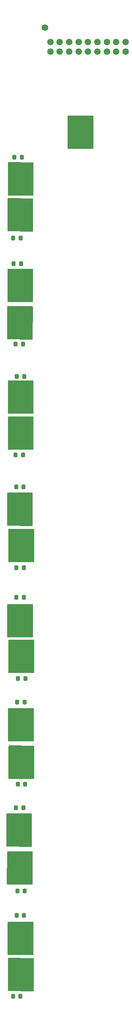
<source format=gbr>
%TF.GenerationSoftware,KiCad,Pcbnew,8.0.2*%
%TF.CreationDate,2024-12-10T12:08:48+01:00*%
%TF.ProjectId,FT25_AMS_VSENS,46543235-5f41-44d5-935f-5653454e532e,rev?*%
%TF.SameCoordinates,Original*%
%TF.FileFunction,Soldermask,Top*%
%TF.FilePolarity,Negative*%
%FSLAX46Y46*%
G04 Gerber Fmt 4.6, Leading zero omitted, Abs format (unit mm)*
G04 Created by KiCad (PCBNEW 8.0.2) date 2024-12-10 12:08:48*
%MOMM*%
%LPD*%
G01*
G04 APERTURE LIST*
G04 Aperture macros list*
%AMRoundRect*
0 Rectangle with rounded corners*
0 $1 Rounding radius*
0 $2 $3 $4 $5 $6 $7 $8 $9 X,Y pos of 4 corners*
0 Add a 4 corners polygon primitive as box body*
4,1,4,$2,$3,$4,$5,$6,$7,$8,$9,$2,$3,0*
0 Add four circle primitives for the rounded corners*
1,1,$1+$1,$2,$3*
1,1,$1+$1,$4,$5*
1,1,$1+$1,$6,$7*
1,1,$1+$1,$8,$9*
0 Add four rect primitives between the rounded corners*
20,1,$1+$1,$2,$3,$4,$5,0*
20,1,$1+$1,$4,$5,$6,$7,0*
20,1,$1+$1,$6,$7,$8,$9,0*
20,1,$1+$1,$8,$9,$2,$3,0*%
G04 Aperture macros list end*
%ADD10RoundRect,0.218750X-0.218750X-0.256250X0.218750X-0.256250X0.218750X0.256250X-0.218750X0.256250X0*%
%ADD11RoundRect,0.218750X0.218750X0.256250X-0.218750X0.256250X-0.218750X-0.256250X0.218750X-0.256250X0*%
%ADD12RoundRect,0.381000X0.381000X-0.762000X0.381000X0.762000X-0.381000X0.762000X-0.381000X-0.762000X0*%
%ADD13RoundRect,0.381000X-0.381000X0.762000X-0.381000X-0.762000X0.381000X-0.762000X0.381000X0.762000X0*%
%ADD14RoundRect,0.381000X0.762000X0.381000X-0.762000X0.381000X-0.762000X-0.381000X0.762000X-0.381000X0*%
%ADD15C,1.400000*%
%ADD16C,1.381000*%
G04 APERTURE END LIST*
D10*
%TO.C,F4*%
X199845715Y-166429421D03*
X201420715Y-166429421D03*
%TD*%
D11*
%TO.C,F8*%
X200690715Y-257189421D03*
X199115715Y-257189421D03*
%TD*%
D10*
%TO.C,F2*%
X199638215Y-119179421D03*
X201213215Y-119179421D03*
%TD*%
D12*
%TO.C,J12*%
X200713215Y-207679421D03*
%TD*%
%TO.C,J17*%
X200643215Y-91679421D03*
%TD*%
%TO.C,J16*%
X200713215Y-114679421D03*
%TD*%
D10*
%TO.C,F15*%
X200790715Y-102139421D03*
X199215715Y-102139421D03*
%TD*%
D13*
%TO.C,J11*%
X200713215Y-230179421D03*
%TD*%
D12*
%TO.C,J4*%
X200713215Y-130679421D03*
%TD*%
%TO.C,J9*%
X200713215Y-244679421D03*
%TD*%
D11*
%TO.C,F5*%
X201753215Y-189919421D03*
X200178215Y-189919421D03*
%TD*%
D10*
%TO.C,F11*%
X200015715Y-194889421D03*
X201590715Y-194889421D03*
%TD*%
%TO.C,F1*%
X200713215Y-96679421D03*
X199138215Y-96679421D03*
%TD*%
D12*
%TO.C,J8*%
X200713215Y-221679421D03*
%TD*%
D13*
%TO.C,J1*%
X213513215Y-74159421D03*
%TD*%
D11*
%TO.C,F6*%
X201708215Y-212249421D03*
X200133215Y-212249421D03*
%TD*%
D14*
%TO.C,J2*%
X200713215Y-84329274D03*
%TD*%
D10*
%TO.C,F10*%
X199725715Y-217299421D03*
X201300715Y-217299421D03*
%TD*%
%TO.C,F9*%
X199858215Y-240039421D03*
X201433215Y-240039421D03*
%TD*%
%TO.C,F14*%
X199935715Y-125959421D03*
X201510715Y-125959421D03*
%TD*%
%TO.C,F12*%
X199812500Y-172760000D03*
X201387500Y-172760000D03*
%TD*%
D12*
%TO.C,J6*%
X200620000Y-177750000D03*
%TD*%
D13*
%TO.C,J14*%
X200713215Y-161679421D03*
%TD*%
%TO.C,J10*%
X200713215Y-252679421D03*
%TD*%
%TO.C,J13*%
X200713215Y-185179421D03*
%TD*%
D10*
%TO.C,F3*%
X199638215Y-142609421D03*
X201213215Y-142609421D03*
%TD*%
D12*
%TO.C,J5*%
X200713215Y-154179421D03*
%TD*%
D10*
%TO.C,F13*%
X199795715Y-149359421D03*
X201370715Y-149359421D03*
%TD*%
D12*
%TO.C,J7*%
X200713215Y-199679421D03*
%TD*%
D13*
%TO.C,J15*%
X200713215Y-137679421D03*
%TD*%
D11*
%TO.C,F7*%
X201603215Y-234899421D03*
X200028215Y-234899421D03*
%TD*%
%TO.C,F16*%
X200970715Y-79629274D03*
X199395715Y-79629274D03*
%TD*%
D12*
%TO.C,J3*%
X200713215Y-106679421D03*
%TD*%
D15*
%TO.C,J18*%
X205880000Y-52130000D03*
D16*
X207080000Y-57230000D03*
X207080000Y-55230000D03*
X209080000Y-57230000D03*
X209080000Y-55230000D03*
X211080000Y-57230000D03*
X211080000Y-55230000D03*
X213080000Y-57230000D03*
X213080000Y-55230000D03*
X215080000Y-57230000D03*
X215080000Y-55230000D03*
X217080000Y-57230000D03*
X217080000Y-55230000D03*
X219080000Y-57230000D03*
X219080000Y-55230000D03*
X221080000Y-57230000D03*
X221080000Y-55230000D03*
X223080000Y-57230000D03*
X223080000Y-55230000D03*
%TD*%
G36*
X203368800Y-80678969D02*
G01*
X203435767Y-80698898D01*
X203481329Y-80751869D01*
X203492347Y-80802968D01*
X203492347Y-87578624D01*
X203472662Y-87645663D01*
X203419858Y-87691418D01*
X203368273Y-87702624D01*
X198126625Y-87699495D01*
X198059597Y-87679770D01*
X198013874Y-87626939D01*
X198002700Y-87575143D01*
X198021994Y-80783521D01*
X198041868Y-80716537D01*
X198094802Y-80670933D01*
X198146446Y-80659874D01*
X203368800Y-80678969D01*
G37*
G36*
X203022151Y-218492045D02*
G01*
X203089179Y-218511770D01*
X203134902Y-218564601D01*
X203146076Y-218616397D01*
X203126782Y-225408019D01*
X203106908Y-225475003D01*
X203053974Y-225520607D01*
X203002330Y-225531666D01*
X197823547Y-225512730D01*
X197756580Y-225492801D01*
X197711018Y-225439830D01*
X197700000Y-225388731D01*
X197700000Y-218612942D01*
X197719685Y-218545903D01*
X197772489Y-218500148D01*
X197824074Y-218488942D01*
X203022151Y-218492045D01*
G37*
G36*
X203476453Y-181726270D02*
G01*
X203543420Y-181746199D01*
X203588982Y-181799170D01*
X203600000Y-181850269D01*
X203600000Y-188625925D01*
X203580315Y-188692964D01*
X203527511Y-188738719D01*
X203475926Y-188749925D01*
X198234278Y-188746796D01*
X198167250Y-188727071D01*
X198121527Y-188674240D01*
X198110353Y-188622444D01*
X198129647Y-181830822D01*
X198149521Y-181763838D01*
X198202455Y-181718234D01*
X198254099Y-181707175D01*
X203476453Y-181726270D01*
G37*
G36*
X203272151Y-103222045D02*
G01*
X203339179Y-103241770D01*
X203384902Y-103294601D01*
X203396076Y-103346397D01*
X203376782Y-110138019D01*
X203356908Y-110205003D01*
X203303974Y-110250607D01*
X203252330Y-110261666D01*
X198029977Y-110242571D01*
X197963010Y-110222642D01*
X197917448Y-110169671D01*
X197906430Y-110118572D01*
X197906430Y-103342916D01*
X197926115Y-103275877D01*
X197978919Y-103230122D01*
X198030504Y-103218916D01*
X203272151Y-103222045D01*
G37*
G36*
X203412151Y-196202045D02*
G01*
X203479179Y-196221770D01*
X203524902Y-196274601D01*
X203536076Y-196326397D01*
X203516782Y-203118019D01*
X203496908Y-203185003D01*
X203443974Y-203230607D01*
X203392330Y-203241666D01*
X198169977Y-203222571D01*
X198103010Y-203202642D01*
X198057448Y-203149671D01*
X198046430Y-203098572D01*
X198046430Y-196322916D01*
X198066115Y-196255877D01*
X198118919Y-196210122D01*
X198170504Y-196198916D01*
X203412151Y-196202045D01*
G37*
G36*
X203388803Y-249068910D02*
G01*
X203455770Y-249088839D01*
X203501332Y-249141810D01*
X203512350Y-249192909D01*
X203512350Y-255968565D01*
X203492665Y-256035604D01*
X203439861Y-256081359D01*
X203388276Y-256092565D01*
X198146628Y-256089436D01*
X198079600Y-256069711D01*
X198033877Y-256016880D01*
X198022703Y-255965084D01*
X198041997Y-249173462D01*
X198061871Y-249106478D01*
X198114805Y-249060874D01*
X198166449Y-249049815D01*
X203388803Y-249068910D01*
G37*
G36*
X203238936Y-174192624D02*
G01*
X203305964Y-174212349D01*
X203351687Y-174265180D01*
X203362861Y-174316976D01*
X203343567Y-181108598D01*
X203323693Y-181175582D01*
X203270759Y-181221186D01*
X203219115Y-181232245D01*
X197996762Y-181213150D01*
X197929795Y-181193221D01*
X197884233Y-181140250D01*
X197873215Y-181089151D01*
X197873215Y-174313495D01*
X197892900Y-174246456D01*
X197945704Y-174200701D01*
X197997289Y-174189495D01*
X203238936Y-174192624D01*
G37*
G36*
X203208794Y-111130319D02*
G01*
X203275822Y-111150044D01*
X203321545Y-111202875D01*
X203332719Y-111254671D01*
X203313425Y-118046293D01*
X203293551Y-118113277D01*
X203240617Y-118158881D01*
X203188973Y-118169940D01*
X197966620Y-118150845D01*
X197899653Y-118130916D01*
X197854091Y-118077945D01*
X197843073Y-118026846D01*
X197843073Y-111251190D01*
X197862758Y-111184151D01*
X197915562Y-111138396D01*
X197967147Y-111127190D01*
X203208794Y-111130319D01*
G37*
G36*
X203278936Y-88282624D02*
G01*
X203345964Y-88302349D01*
X203391687Y-88355180D01*
X203402861Y-88406976D01*
X203383567Y-95198598D01*
X203363693Y-95265582D01*
X203310759Y-95311186D01*
X203259115Y-95322245D01*
X198036762Y-95303150D01*
X197969795Y-95283221D01*
X197924233Y-95230250D01*
X197913215Y-95179151D01*
X197913215Y-88403495D01*
X197932900Y-88336456D01*
X197985704Y-88290701D01*
X198037289Y-88279495D01*
X203278936Y-88282624D01*
G37*
G36*
X216079668Y-70788969D02*
G01*
X216146635Y-70808898D01*
X216192197Y-70861869D01*
X216203215Y-70912968D01*
X216203215Y-77685421D01*
X216183530Y-77752460D01*
X216130726Y-77798215D01*
X216079215Y-77809421D01*
X210837567Y-77809421D01*
X210770528Y-77789736D01*
X210724773Y-77736932D01*
X210713568Y-77685069D01*
X210732862Y-70893521D01*
X210752736Y-70826537D01*
X210805670Y-70780933D01*
X210857314Y-70769874D01*
X216079668Y-70788969D01*
G37*
G36*
X203176453Y-226506270D02*
G01*
X203243420Y-226526199D01*
X203288982Y-226579170D01*
X203300000Y-226630269D01*
X203300000Y-233405925D01*
X203280315Y-233472964D01*
X203227511Y-233518719D01*
X203175926Y-233529925D01*
X197934278Y-233526796D01*
X197867250Y-233507071D01*
X197821527Y-233454240D01*
X197810353Y-233402444D01*
X197829647Y-226610822D01*
X197849521Y-226543838D01*
X197902455Y-226498234D01*
X197954099Y-226487175D01*
X203176453Y-226506270D01*
G37*
G36*
X203506453Y-158236270D02*
G01*
X203573420Y-158256199D01*
X203618982Y-158309170D01*
X203630000Y-158360269D01*
X203630000Y-165135925D01*
X203610315Y-165202964D01*
X203557511Y-165248719D01*
X203505926Y-165259925D01*
X198264278Y-165256796D01*
X198197250Y-165237071D01*
X198151527Y-165184240D01*
X198140353Y-165132444D01*
X198159647Y-158340822D01*
X198179521Y-158273838D01*
X198232455Y-158228234D01*
X198284099Y-158217175D01*
X203506453Y-158236270D01*
G37*
G36*
X203366453Y-134476270D02*
G01*
X203433420Y-134496199D01*
X203478982Y-134549170D01*
X203490000Y-134600269D01*
X203490000Y-141375925D01*
X203470315Y-141442964D01*
X203417511Y-141488719D01*
X203365926Y-141499925D01*
X198124278Y-141496796D01*
X198057250Y-141477071D01*
X198011527Y-141424240D01*
X198000353Y-141372444D01*
X198019647Y-134580822D01*
X198039521Y-134513838D01*
X198092455Y-134468234D01*
X198144099Y-134457175D01*
X203366453Y-134476270D01*
G37*
G36*
X203362151Y-126862045D02*
G01*
X203429179Y-126881770D01*
X203474902Y-126934601D01*
X203486076Y-126986397D01*
X203466782Y-133778019D01*
X203446908Y-133845003D01*
X203393974Y-133890607D01*
X203342330Y-133901666D01*
X198119977Y-133882571D01*
X198053010Y-133862642D01*
X198007448Y-133809671D01*
X197996430Y-133758572D01*
X197996430Y-126982916D01*
X198016115Y-126915877D01*
X198068919Y-126870122D01*
X198120504Y-126858916D01*
X203362151Y-126862045D01*
G37*
G36*
X203506453Y-204116270D02*
G01*
X203573420Y-204136199D01*
X203618982Y-204189170D01*
X203630000Y-204240269D01*
X203630000Y-211015925D01*
X203610315Y-211082964D01*
X203557511Y-211128719D01*
X203505926Y-211139925D01*
X198264278Y-211136796D01*
X198197250Y-211117071D01*
X198151527Y-211064240D01*
X198140353Y-211012444D01*
X198159647Y-204220822D01*
X198179521Y-204153838D01*
X198232455Y-204108234D01*
X198284099Y-204097175D01*
X203506453Y-204116270D01*
G37*
G36*
X203322151Y-241412045D02*
G01*
X203389179Y-241431770D01*
X203434902Y-241484601D01*
X203446076Y-241536397D01*
X203426782Y-248328019D01*
X203406908Y-248395003D01*
X203353974Y-248440607D01*
X203302330Y-248451666D01*
X198079977Y-248432571D01*
X198013010Y-248412642D01*
X197967448Y-248359671D01*
X197956430Y-248308572D01*
X197956430Y-241532916D01*
X197976115Y-241465877D01*
X198028919Y-241420122D01*
X198080504Y-241408916D01*
X203322151Y-241412045D01*
G37*
G36*
X203192151Y-150592045D02*
G01*
X203259179Y-150611770D01*
X203304902Y-150664601D01*
X203316076Y-150716397D01*
X203296782Y-157508019D01*
X203276908Y-157575003D01*
X203223974Y-157620607D01*
X203172330Y-157631666D01*
X197949977Y-157612571D01*
X197883010Y-157592642D01*
X197837448Y-157539671D01*
X197826430Y-157488572D01*
X197826430Y-150712916D01*
X197846115Y-150645877D01*
X197898919Y-150600122D01*
X197950504Y-150588916D01*
X203192151Y-150592045D01*
G37*
M02*

</source>
